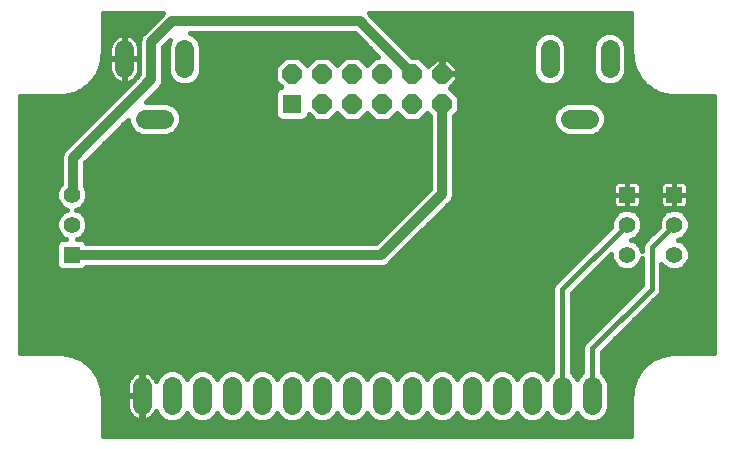
<source format=gbl>
G75*
G70*
%OFA0B0*%
%FSLAX24Y24*%
%IPPOS*%
%LPD*%
%AMOC8*
5,1,8,0,0,1.08239X$1,22.5*
%
%ADD10C,0.0640*%
%ADD11R,0.0640X0.0640*%
%ADD12OC8,0.0640*%
%ADD13R,0.0555X0.0555*%
%ADD14C,0.0555*%
%ADD15C,0.0160*%
%ADD16C,0.0500*%
%ADD17C,0.0320*%
D10*
X008705Y004671D02*
X008705Y005311D01*
X009705Y005311D02*
X009705Y004671D01*
X010705Y004671D02*
X010705Y005311D01*
X011705Y005311D02*
X011705Y004671D01*
X012705Y004671D02*
X012705Y005311D01*
X013705Y005311D02*
X013705Y004671D01*
X014705Y004671D02*
X014705Y005311D01*
X015705Y005311D02*
X015705Y004671D01*
X016705Y004671D02*
X016705Y005311D01*
X017705Y005311D02*
X017705Y004671D01*
X018705Y004671D02*
X018705Y005311D01*
X019705Y005311D02*
X019705Y004671D01*
X020705Y004671D02*
X020705Y005311D01*
X021705Y005311D02*
X021705Y004671D01*
X022705Y004671D02*
X022705Y005311D01*
X023705Y005311D02*
X023705Y004671D01*
X023612Y014228D02*
X022972Y014228D01*
X022292Y015908D02*
X022292Y016548D01*
X024292Y016548D02*
X024292Y015908D01*
X010119Y015908D02*
X010119Y016548D01*
X008119Y016548D02*
X008119Y015908D01*
X008799Y014228D02*
X009439Y014228D01*
D11*
X013705Y014728D03*
D12*
X014705Y014728D03*
X015705Y014728D03*
X016705Y014728D03*
X017705Y014728D03*
X018705Y014728D03*
X018705Y015728D03*
X017705Y015728D03*
X016705Y015728D03*
X015705Y015728D03*
X014705Y015728D03*
X013705Y015728D03*
D13*
X006363Y009700D03*
X024867Y011700D03*
X026442Y011700D03*
D14*
X026442Y010700D03*
X026442Y009700D03*
X024867Y009700D03*
X024867Y010700D03*
X006363Y010700D03*
X006363Y011700D03*
D15*
X007390Y004953D02*
X007390Y003657D01*
X025020Y003657D01*
X025020Y004953D01*
X025018Y004961D01*
X025020Y005000D01*
X025020Y005039D01*
X025024Y005047D01*
X025031Y005147D01*
X025028Y005164D01*
X025034Y005194D01*
X025036Y005224D01*
X025044Y005240D01*
X025067Y005346D01*
X025067Y005363D01*
X025077Y005392D01*
X025084Y005422D01*
X025094Y005436D01*
X025132Y005538D01*
X025134Y005555D01*
X025148Y005582D01*
X025159Y005611D01*
X025171Y005624D01*
X025223Y005719D01*
X025227Y005736D01*
X025246Y005760D01*
X025260Y005787D01*
X025274Y005798D01*
X025339Y005885D01*
X025346Y005901D01*
X025367Y005923D01*
X025385Y005947D01*
X025401Y005956D01*
X025477Y006032D01*
X025486Y006048D01*
X025511Y006066D01*
X025532Y006088D01*
X025548Y006094D01*
X025635Y006159D01*
X025646Y006173D01*
X025673Y006187D01*
X025697Y006206D01*
X025714Y006210D01*
X025809Y006262D01*
X025822Y006274D01*
X025851Y006285D01*
X025878Y006299D01*
X025895Y006301D01*
X025997Y006339D01*
X026011Y006349D01*
X026041Y006356D01*
X026070Y006366D01*
X026087Y006366D01*
X026193Y006389D01*
X026209Y006397D01*
X026239Y006399D01*
X026269Y006405D01*
X026286Y006402D01*
X026386Y006409D01*
X026394Y006413D01*
X026433Y006413D01*
X026472Y006415D01*
X026480Y006413D01*
X027776Y006413D01*
X027776Y014988D01*
X026480Y014988D01*
X026472Y014985D01*
X026433Y014988D01*
X026394Y014988D01*
X026386Y014991D01*
X026286Y014998D01*
X026269Y014995D01*
X026239Y015002D01*
X026209Y015004D01*
X026193Y015012D01*
X026087Y015035D01*
X026070Y015034D01*
X026041Y015045D01*
X026011Y015051D01*
X025997Y015061D01*
X025895Y015099D01*
X025878Y015101D01*
X025851Y015116D01*
X025822Y015126D01*
X025809Y015138D01*
X025714Y015190D01*
X025697Y015194D01*
X025673Y015213D01*
X025646Y015227D01*
X025635Y015241D01*
X025548Y015306D01*
X025532Y015313D01*
X025510Y015334D01*
X025486Y015353D01*
X025477Y015368D01*
X025401Y015444D01*
X025385Y015453D01*
X025367Y015478D01*
X025346Y015499D01*
X025339Y015516D01*
X025274Y015602D01*
X025260Y015613D01*
X025246Y015640D01*
X025227Y015665D01*
X025223Y015682D01*
X025171Y015777D01*
X025159Y015790D01*
X025148Y015818D01*
X025134Y015845D01*
X025132Y015863D01*
X025094Y015964D01*
X025084Y015978D01*
X025077Y016008D01*
X025067Y016037D01*
X025067Y016054D01*
X025044Y016160D01*
X025036Y016176D01*
X025034Y016206D01*
X025028Y016236D01*
X025031Y016254D01*
X025024Y016353D01*
X025020Y016361D01*
X025020Y016400D01*
X025018Y016439D01*
X025020Y016448D01*
X025020Y017744D01*
X016255Y017744D01*
X016295Y017703D01*
X017711Y016288D01*
X017937Y016288D01*
X018248Y015977D01*
X018498Y016228D01*
X018685Y016228D01*
X018685Y015748D01*
X018725Y015748D01*
X018725Y016228D01*
X018912Y016228D01*
X019205Y015935D01*
X019205Y015748D01*
X018726Y015748D01*
X018726Y015708D01*
X019205Y015708D01*
X019205Y015521D01*
X018955Y015270D01*
X019265Y014960D01*
X019265Y014496D01*
X019105Y014336D01*
X019105Y011807D01*
X019105Y011648D01*
X019044Y011501D01*
X017017Y009474D01*
X016904Y009361D01*
X016757Y009300D01*
X006849Y009300D01*
X006844Y009287D01*
X006776Y009219D01*
X006688Y009183D01*
X006038Y009183D01*
X005949Y009219D01*
X005882Y009287D01*
X005845Y009375D01*
X005845Y010025D01*
X005882Y010114D01*
X005949Y010181D01*
X006038Y010218D01*
X006176Y010218D01*
X006070Y010261D01*
X005924Y010407D01*
X005845Y010597D01*
X005845Y010803D01*
X005924Y010993D01*
X006070Y011139D01*
X006218Y011200D01*
X006070Y011261D01*
X005924Y011407D01*
X005845Y011597D01*
X005845Y011803D01*
X005924Y011993D01*
X005994Y012063D01*
X005994Y012996D01*
X006055Y013143D01*
X006168Y013256D01*
X006168Y013256D01*
X008422Y015510D01*
X008381Y015480D01*
X008311Y015444D01*
X008236Y015420D01*
X008158Y015408D01*
X008139Y015408D01*
X008139Y016207D01*
X008099Y016207D01*
X008099Y015408D01*
X008079Y015408D01*
X008002Y015420D01*
X007927Y015444D01*
X007857Y015480D01*
X007793Y015526D01*
X007737Y015582D01*
X007691Y015646D01*
X007655Y015716D01*
X007631Y015791D01*
X007619Y015868D01*
X007619Y016208D01*
X008098Y016208D01*
X008098Y016248D01*
X007619Y016248D01*
X007619Y016587D01*
X007631Y016665D01*
X007655Y016740D01*
X007691Y016810D01*
X007737Y016873D01*
X007793Y016929D01*
X007857Y016975D01*
X007927Y017011D01*
X008002Y017035D01*
X008079Y017048D01*
X008099Y017048D01*
X008099Y016248D01*
X008139Y016248D01*
X008139Y017048D01*
X008158Y017048D01*
X008236Y017035D01*
X008311Y017011D01*
X008381Y016975D01*
X008444Y016929D01*
X008500Y016873D01*
X008546Y016810D01*
X008582Y016740D01*
X008606Y016665D01*
X008619Y016587D01*
X008619Y016248D01*
X008139Y016248D01*
X008139Y016208D01*
X008619Y016208D01*
X008619Y015868D01*
X008606Y015791D01*
X008582Y015716D01*
X008546Y015646D01*
X008516Y015604D01*
X008619Y015707D01*
X008619Y016871D01*
X008680Y017018D01*
X008793Y017131D01*
X008793Y017131D01*
X009365Y017703D01*
X009365Y017703D01*
X009406Y017744D01*
X007390Y017744D01*
X007390Y016448D01*
X007393Y016439D01*
X007390Y016400D01*
X007390Y016361D01*
X007387Y016353D01*
X007380Y016254D01*
X007383Y016236D01*
X007376Y016207D01*
X007374Y016176D01*
X007366Y016160D01*
X007343Y016054D01*
X007344Y016037D01*
X007333Y016008D01*
X007327Y015978D01*
X007317Y015964D01*
X007279Y015863D01*
X007277Y015845D01*
X007262Y015818D01*
X007252Y015790D01*
X007240Y015777D01*
X007188Y015682D01*
X007183Y015665D01*
X007165Y015640D01*
X007151Y015613D01*
X007137Y015602D01*
X007072Y015516D01*
X007065Y015499D01*
X007044Y015478D01*
X007025Y015453D01*
X007010Y015444D01*
X006934Y015368D01*
X006925Y015353D01*
X006900Y015334D01*
X006879Y015313D01*
X006862Y015306D01*
X006776Y015241D01*
X006765Y015227D01*
X006738Y015213D01*
X006713Y015194D01*
X006696Y015190D01*
X006601Y015138D01*
X006588Y015126D01*
X006560Y015116D01*
X006533Y015101D01*
X006515Y015099D01*
X006414Y015061D01*
X006400Y015051D01*
X006370Y015045D01*
X006341Y015034D01*
X006323Y015035D01*
X006218Y015012D01*
X006202Y015004D01*
X006171Y015002D01*
X006142Y014995D01*
X006124Y014998D01*
X006025Y014991D01*
X006017Y014988D01*
X005978Y014988D01*
X005939Y014985D01*
X005930Y014988D01*
X004634Y014988D01*
X004634Y006413D01*
X005930Y006413D01*
X005939Y006415D01*
X005978Y006413D01*
X006017Y006413D01*
X006025Y006409D01*
X006124Y006402D01*
X006142Y006405D01*
X006171Y006399D01*
X006202Y006397D01*
X006218Y006389D01*
X006323Y006366D01*
X006341Y006366D01*
X006370Y006356D01*
X006400Y006349D01*
X006414Y006339D01*
X006515Y006301D01*
X006533Y006299D01*
X006560Y006285D01*
X006588Y006274D01*
X006601Y006262D01*
X006696Y006210D01*
X006713Y006206D01*
X006738Y006187D01*
X006765Y006173D01*
X006776Y006159D01*
X006862Y006094D01*
X006879Y006088D01*
X006900Y006066D01*
X006925Y006048D01*
X006934Y006032D01*
X007010Y005956D01*
X007025Y005947D01*
X007044Y005923D01*
X007065Y005901D01*
X007072Y005885D01*
X007137Y005798D01*
X007151Y005787D01*
X007165Y005760D01*
X007183Y005736D01*
X007188Y005719D01*
X007240Y005624D01*
X007252Y005611D01*
X007262Y005582D01*
X007277Y005555D01*
X007279Y005538D01*
X007317Y005436D01*
X007327Y005422D01*
X007333Y005392D01*
X007344Y005363D01*
X007343Y005346D01*
X007366Y005240D01*
X007374Y005224D01*
X007376Y005194D01*
X007383Y005164D01*
X007380Y005147D01*
X007387Y005047D01*
X007390Y005039D01*
X007390Y005000D01*
X007393Y004961D01*
X007390Y004953D01*
X007390Y005002D02*
X008685Y005002D01*
X008685Y005011D02*
X008685Y004971D01*
X008725Y004971D01*
X008725Y004171D01*
X008745Y004171D01*
X008822Y004184D01*
X008897Y004208D01*
X008967Y004244D01*
X009031Y004290D01*
X009087Y004346D01*
X009133Y004409D01*
X009169Y004480D01*
X009173Y004493D01*
X009231Y004354D01*
X009388Y004197D01*
X009594Y004111D01*
X009817Y004111D01*
X010023Y004197D01*
X010180Y004354D01*
X010205Y004415D01*
X010231Y004354D01*
X010388Y004197D01*
X010594Y004111D01*
X010817Y004111D01*
X011023Y004197D01*
X011180Y004354D01*
X011205Y004415D01*
X011231Y004354D01*
X011388Y004197D01*
X011594Y004111D01*
X011817Y004111D01*
X012023Y004197D01*
X012180Y004354D01*
X012205Y004415D01*
X012231Y004354D01*
X012388Y004197D01*
X012594Y004111D01*
X012817Y004111D01*
X013023Y004197D01*
X013180Y004354D01*
X013205Y004415D01*
X013231Y004354D01*
X013388Y004197D01*
X013594Y004111D01*
X013817Y004111D01*
X014023Y004197D01*
X014180Y004354D01*
X014205Y004415D01*
X014231Y004354D01*
X014388Y004197D01*
X014594Y004111D01*
X014817Y004111D01*
X015023Y004197D01*
X015180Y004354D01*
X015205Y004415D01*
X015231Y004354D01*
X015388Y004197D01*
X015594Y004111D01*
X015817Y004111D01*
X016023Y004197D01*
X016180Y004354D01*
X016205Y004415D01*
X016231Y004354D01*
X016388Y004197D01*
X016594Y004111D01*
X016817Y004111D01*
X017023Y004197D01*
X017180Y004354D01*
X017205Y004415D01*
X017231Y004354D01*
X017388Y004197D01*
X017594Y004111D01*
X017817Y004111D01*
X018023Y004197D01*
X018180Y004354D01*
X018205Y004415D01*
X018231Y004354D01*
X018388Y004197D01*
X018594Y004111D01*
X018817Y004111D01*
X019023Y004197D01*
X019180Y004354D01*
X019205Y004415D01*
X019231Y004354D01*
X019388Y004197D01*
X019594Y004111D01*
X019817Y004111D01*
X020023Y004197D01*
X020180Y004354D01*
X020205Y004415D01*
X020231Y004354D01*
X020388Y004197D01*
X020594Y004111D01*
X020817Y004111D01*
X021023Y004197D01*
X021180Y004354D01*
X021205Y004415D01*
X021231Y004354D01*
X021388Y004197D01*
X021594Y004111D01*
X021817Y004111D01*
X022023Y004197D01*
X022180Y004354D01*
X022205Y004415D01*
X022231Y004354D01*
X022388Y004197D01*
X022594Y004111D01*
X022817Y004111D01*
X023023Y004197D01*
X023180Y004354D01*
X023205Y004415D01*
X023231Y004354D01*
X023388Y004197D01*
X023594Y004111D01*
X023817Y004111D01*
X024023Y004197D01*
X024180Y004354D01*
X024265Y004560D01*
X024265Y005423D01*
X024180Y005629D01*
X024025Y005783D01*
X024025Y006445D01*
X025966Y008385D01*
X026014Y008503D01*
X026014Y008630D01*
X026014Y009396D01*
X026148Y009261D01*
X026339Y009183D01*
X026544Y009183D01*
X026735Y009261D01*
X026880Y009407D01*
X026959Y009597D01*
X026959Y009803D01*
X026880Y009993D01*
X026735Y010139D01*
X026587Y010200D01*
X026735Y010261D01*
X026880Y010407D01*
X026959Y010597D01*
X026959Y010803D01*
X026880Y010993D01*
X026735Y011139D01*
X026544Y011218D01*
X026339Y011218D01*
X026148Y011139D01*
X026003Y010993D01*
X025924Y010803D01*
X025924Y010635D01*
X025513Y010224D01*
X025423Y010134D01*
X025374Y010017D01*
X025374Y009827D01*
X025305Y009993D01*
X025160Y010139D01*
X025012Y010200D01*
X025160Y010261D01*
X025305Y010407D01*
X025384Y010597D01*
X025384Y010803D01*
X025305Y010993D01*
X025160Y011139D01*
X024970Y011218D01*
X024764Y011218D01*
X024574Y011139D01*
X024428Y010993D01*
X024349Y010803D01*
X024349Y010635D01*
X022524Y008810D01*
X022434Y008720D01*
X022385Y008602D01*
X022385Y005783D01*
X022231Y005629D01*
X022205Y005568D01*
X022180Y005629D01*
X022023Y005786D01*
X021817Y005871D01*
X021594Y005871D01*
X021388Y005786D01*
X021231Y005629D01*
X021205Y005568D01*
X021180Y005629D01*
X021023Y005786D01*
X020817Y005871D01*
X020594Y005871D01*
X020388Y005786D01*
X020231Y005629D01*
X020205Y005568D01*
X020180Y005629D01*
X020023Y005786D01*
X019817Y005871D01*
X019594Y005871D01*
X019388Y005786D01*
X019231Y005629D01*
X019205Y005568D01*
X019180Y005629D01*
X019023Y005786D01*
X018817Y005871D01*
X018594Y005871D01*
X018388Y005786D01*
X018231Y005629D01*
X018205Y005568D01*
X018180Y005629D01*
X018023Y005786D01*
X017817Y005871D01*
X017594Y005871D01*
X017388Y005786D01*
X017231Y005629D01*
X017205Y005568D01*
X017180Y005629D01*
X017023Y005786D01*
X016817Y005871D01*
X016594Y005871D01*
X016388Y005786D01*
X016231Y005629D01*
X016205Y005568D01*
X016180Y005629D01*
X016023Y005786D01*
X015817Y005871D01*
X015594Y005871D01*
X015388Y005786D01*
X015231Y005629D01*
X015205Y005568D01*
X015180Y005629D01*
X015023Y005786D01*
X014817Y005871D01*
X014594Y005871D01*
X014388Y005786D01*
X014231Y005629D01*
X014205Y005568D01*
X014180Y005629D01*
X014023Y005786D01*
X013817Y005871D01*
X013594Y005871D01*
X013388Y005786D01*
X013231Y005629D01*
X013205Y005568D01*
X013180Y005629D01*
X013023Y005786D01*
X012817Y005871D01*
X012594Y005871D01*
X012388Y005786D01*
X012231Y005629D01*
X012205Y005568D01*
X012180Y005629D01*
X012023Y005786D01*
X011817Y005871D01*
X011594Y005871D01*
X011388Y005786D01*
X011231Y005629D01*
X011205Y005568D01*
X011180Y005629D01*
X011023Y005786D01*
X010817Y005871D01*
X010594Y005871D01*
X010388Y005786D01*
X010231Y005629D01*
X010205Y005568D01*
X010180Y005629D01*
X010023Y005786D01*
X009817Y005871D01*
X009594Y005871D01*
X009388Y005786D01*
X009231Y005629D01*
X009173Y005490D01*
X009169Y005503D01*
X009133Y005574D01*
X009087Y005637D01*
X009031Y005693D01*
X008967Y005739D01*
X008897Y005775D01*
X008822Y005799D01*
X008745Y005811D01*
X008725Y005811D01*
X008725Y005012D01*
X008685Y005012D01*
X008685Y005811D01*
X008666Y005811D01*
X008588Y005799D01*
X008513Y005775D01*
X008443Y005739D01*
X008380Y005693D01*
X008324Y005637D01*
X008278Y005574D01*
X008242Y005503D01*
X008218Y005429D01*
X008205Y005351D01*
X008205Y005011D01*
X008685Y005011D01*
X008685Y004971D02*
X008205Y004971D01*
X008205Y004632D01*
X008218Y004554D01*
X008242Y004480D01*
X008278Y004409D01*
X008324Y004346D01*
X008380Y004290D01*
X008443Y004244D01*
X008513Y004208D01*
X008588Y004184D01*
X008666Y004171D01*
X008685Y004171D01*
X008685Y004971D01*
X008685Y004844D02*
X008725Y004844D01*
X008725Y004685D02*
X008685Y004685D01*
X008685Y004526D02*
X008725Y004526D01*
X008725Y004368D02*
X008685Y004368D01*
X008685Y004209D02*
X008725Y004209D01*
X008900Y004209D02*
X009375Y004209D01*
X009225Y004368D02*
X009103Y004368D01*
X008511Y004209D02*
X007390Y004209D01*
X007390Y004051D02*
X025020Y004051D01*
X025020Y004209D02*
X024035Y004209D01*
X024186Y004368D02*
X025020Y004368D01*
X025020Y004526D02*
X024251Y004526D01*
X024265Y004685D02*
X025020Y004685D01*
X025020Y004844D02*
X024265Y004844D01*
X024265Y005002D02*
X025020Y005002D01*
X025028Y005161D02*
X024265Y005161D01*
X024265Y005319D02*
X025062Y005319D01*
X025109Y005478D02*
X024243Y005478D01*
X024172Y005636D02*
X025178Y005636D01*
X025270Y005795D02*
X024025Y005795D01*
X024025Y005953D02*
X025396Y005953D01*
X025572Y006112D02*
X024025Y006112D01*
X024025Y006270D02*
X025819Y006270D01*
X024802Y007222D02*
X027776Y007222D01*
X027776Y007380D02*
X024960Y007380D01*
X025119Y007539D02*
X027776Y007539D01*
X027776Y007697D02*
X025278Y007697D01*
X025436Y007856D02*
X027776Y007856D01*
X027776Y008014D02*
X025595Y008014D01*
X025753Y008173D02*
X027776Y008173D01*
X027776Y008332D02*
X025912Y008332D01*
X026009Y008490D02*
X027776Y008490D01*
X027776Y008649D02*
X026014Y008649D01*
X026014Y008807D02*
X027776Y008807D01*
X027776Y008966D02*
X026014Y008966D01*
X026014Y009124D02*
X027776Y009124D01*
X027776Y009283D02*
X026756Y009283D01*
X026894Y009441D02*
X027776Y009441D01*
X027776Y009600D02*
X026959Y009600D01*
X026959Y009758D02*
X027776Y009758D01*
X027776Y009917D02*
X026912Y009917D01*
X026798Y010076D02*
X027776Y010076D01*
X027776Y010234D02*
X026668Y010234D01*
X026866Y010393D02*
X027776Y010393D01*
X027776Y010551D02*
X026940Y010551D01*
X026959Y010710D02*
X027776Y010710D01*
X027776Y010868D02*
X026932Y010868D01*
X026847Y011027D02*
X027776Y011027D01*
X027776Y011185D02*
X026622Y011185D01*
X026743Y011243D02*
X026789Y011255D01*
X026830Y011279D01*
X026863Y011312D01*
X026887Y011353D01*
X026899Y011399D01*
X026899Y011700D01*
X026442Y011700D01*
X026442Y011700D01*
X026899Y011700D01*
X026899Y012001D01*
X026887Y012047D01*
X026863Y012088D01*
X026830Y012122D01*
X026789Y012145D01*
X026743Y012158D01*
X026442Y012158D01*
X026442Y011701D01*
X026441Y011701D01*
X026441Y012158D01*
X026140Y012158D01*
X026095Y012145D01*
X026054Y012122D01*
X026020Y012088D01*
X025996Y012047D01*
X025984Y012001D01*
X025984Y011700D01*
X025984Y011399D01*
X025996Y011353D01*
X026020Y011312D01*
X026054Y011279D01*
X026095Y011255D01*
X026140Y011243D01*
X026441Y011243D01*
X026441Y011700D01*
X025984Y011700D01*
X026441Y011700D01*
X026441Y011700D01*
X026442Y011700D01*
X026442Y011243D01*
X026743Y011243D01*
X026881Y011344D02*
X027776Y011344D01*
X027776Y011502D02*
X026899Y011502D01*
X026899Y011661D02*
X027776Y011661D01*
X027776Y011819D02*
X026899Y011819D01*
X026899Y011978D02*
X027776Y011978D01*
X027776Y012137D02*
X026804Y012137D01*
X026442Y012137D02*
X026441Y012137D01*
X026441Y011978D02*
X026442Y011978D01*
X026441Y011819D02*
X026442Y011819D01*
X026441Y011661D02*
X026442Y011661D01*
X026441Y011502D02*
X026442Y011502D01*
X026441Y011344D02*
X026442Y011344D01*
X026261Y011185D02*
X025048Y011185D01*
X025168Y011243D02*
X025214Y011255D01*
X025255Y011279D01*
X025288Y011312D01*
X025312Y011353D01*
X025324Y011399D01*
X025324Y011700D01*
X024867Y011700D01*
X024867Y011700D01*
X024867Y011243D01*
X025168Y011243D01*
X025307Y011344D02*
X026002Y011344D01*
X025984Y011502D02*
X025324Y011502D01*
X025324Y011661D02*
X025984Y011661D01*
X025984Y011819D02*
X025324Y011819D01*
X025324Y011700D02*
X025324Y012001D01*
X025312Y012047D01*
X025288Y012088D01*
X025255Y012122D01*
X025214Y012145D01*
X025168Y012158D01*
X024867Y012158D01*
X024867Y011701D01*
X024867Y011701D01*
X024867Y012158D01*
X024566Y012158D01*
X024520Y012145D01*
X024479Y012122D01*
X024445Y012088D01*
X024422Y012047D01*
X024409Y012001D01*
X024409Y011700D01*
X024409Y011399D01*
X024422Y011353D01*
X024445Y011312D01*
X024479Y011279D01*
X024520Y011255D01*
X024566Y011243D01*
X024867Y011243D01*
X024867Y011700D01*
X024867Y011700D01*
X025324Y011700D01*
X025324Y011978D02*
X025984Y011978D01*
X026079Y012137D02*
X025229Y012137D01*
X024867Y012137D02*
X024867Y012137D01*
X024867Y011978D02*
X024867Y011978D01*
X024867Y011819D02*
X024867Y011819D01*
X024866Y011700D02*
X024409Y011700D01*
X024866Y011700D01*
X024866Y011700D01*
X024867Y011661D02*
X024867Y011661D01*
X024867Y011502D02*
X024867Y011502D01*
X024867Y011344D02*
X024867Y011344D01*
X024686Y011185D02*
X018729Y011185D01*
X018887Y011344D02*
X024427Y011344D01*
X024409Y011502D02*
X019045Y011502D01*
X019105Y011661D02*
X024409Y011661D01*
X024409Y011819D02*
X019105Y011819D01*
X019105Y011978D02*
X024409Y011978D01*
X024505Y012137D02*
X019105Y012137D01*
X019105Y012295D02*
X027776Y012295D01*
X027776Y012454D02*
X019105Y012454D01*
X019105Y012612D02*
X027776Y012612D01*
X027776Y012771D02*
X019105Y012771D01*
X019105Y012929D02*
X027776Y012929D01*
X027776Y013088D02*
X019105Y013088D01*
X019105Y013246D02*
X027776Y013246D01*
X027776Y013405D02*
X019105Y013405D01*
X019105Y013563D02*
X027776Y013563D01*
X027776Y013722D02*
X023854Y013722D01*
X023929Y013753D02*
X024087Y013910D01*
X024172Y014116D01*
X024172Y014339D01*
X024087Y014545D01*
X023929Y014702D01*
X023723Y014788D01*
X022861Y014788D01*
X022655Y014702D01*
X022497Y014545D01*
X022412Y014339D01*
X022412Y014116D01*
X022497Y013910D01*
X022655Y013753D01*
X022861Y013668D01*
X023723Y013668D01*
X023929Y013753D01*
X024057Y013881D02*
X027776Y013881D01*
X027776Y014039D02*
X024140Y014039D01*
X024172Y014198D02*
X027776Y014198D01*
X027776Y014356D02*
X024165Y014356D01*
X024099Y014515D02*
X027776Y014515D01*
X027776Y014673D02*
X023958Y014673D01*
X024181Y015348D02*
X024403Y015348D01*
X024609Y015433D01*
X024767Y015590D01*
X024852Y015796D01*
X024852Y016659D01*
X024767Y016865D01*
X024609Y017022D01*
X024403Y017108D01*
X024181Y017108D01*
X023975Y017022D01*
X023817Y016865D01*
X023732Y016659D01*
X023732Y015796D01*
X023817Y015590D01*
X023975Y015433D01*
X024181Y015348D01*
X023942Y015466D02*
X022642Y015466D01*
X022609Y015433D02*
X022767Y015590D01*
X022852Y015796D01*
X022852Y016659D01*
X022767Y016865D01*
X022609Y017022D01*
X022403Y017108D01*
X022181Y017108D01*
X021975Y017022D01*
X021817Y016865D01*
X021732Y016659D01*
X021732Y015796D01*
X021817Y015590D01*
X021975Y015433D01*
X022181Y015348D01*
X022403Y015348D01*
X022609Y015433D01*
X022781Y015625D02*
X023803Y015625D01*
X023737Y015783D02*
X022846Y015783D01*
X022852Y015942D02*
X023732Y015942D01*
X023732Y016100D02*
X022852Y016100D01*
X022852Y016259D02*
X023732Y016259D01*
X023732Y016417D02*
X022852Y016417D01*
X022852Y016576D02*
X023732Y016576D01*
X023763Y016734D02*
X022821Y016734D01*
X022739Y016893D02*
X023845Y016893D01*
X024045Y017051D02*
X022539Y017051D01*
X022045Y017051D02*
X016947Y017051D01*
X017106Y016893D02*
X021845Y016893D01*
X021763Y016734D02*
X017264Y016734D01*
X017423Y016576D02*
X021732Y016576D01*
X021732Y016417D02*
X017581Y016417D01*
X017966Y016259D02*
X021732Y016259D01*
X021732Y016100D02*
X019040Y016100D01*
X019199Y015942D02*
X021732Y015942D01*
X021737Y015783D02*
X019205Y015783D01*
X019205Y015625D02*
X021803Y015625D01*
X021942Y015466D02*
X019151Y015466D01*
X018992Y015307D02*
X025545Y015307D01*
X025376Y015466D02*
X024642Y015466D01*
X024781Y015625D02*
X025254Y015625D01*
X025165Y015783D02*
X024846Y015783D01*
X024852Y015942D02*
X025102Y015942D01*
X025057Y016100D02*
X024852Y016100D01*
X024852Y016259D02*
X025031Y016259D01*
X025019Y016417D02*
X024852Y016417D01*
X024852Y016576D02*
X025020Y016576D01*
X025020Y016734D02*
X024821Y016734D01*
X024739Y016893D02*
X025020Y016893D01*
X025020Y017051D02*
X024539Y017051D01*
X025020Y017210D02*
X016789Y017210D01*
X016630Y017369D02*
X025020Y017369D01*
X025020Y017527D02*
X016472Y017527D01*
X016313Y017686D02*
X025020Y017686D01*
X025790Y015149D02*
X019076Y015149D01*
X019235Y014990D02*
X026387Y014990D01*
X027776Y014832D02*
X019265Y014832D01*
X019265Y014673D02*
X022626Y014673D01*
X022485Y014515D02*
X019265Y014515D01*
X019126Y014356D02*
X022419Y014356D01*
X022412Y014198D02*
X019105Y014198D01*
X019105Y014039D02*
X022444Y014039D01*
X022527Y013881D02*
X019105Y013881D01*
X019105Y013722D02*
X022729Y013722D01*
X018725Y015783D02*
X018685Y015783D01*
X018685Y015942D02*
X018725Y015942D01*
X018725Y016100D02*
X018685Y016100D01*
X018371Y016100D02*
X018125Y016100D01*
X016580Y016288D02*
X016473Y016288D01*
X016205Y016020D01*
X015937Y016288D01*
X015473Y016288D01*
X015205Y016020D01*
X014937Y016288D01*
X014473Y016288D01*
X014205Y016020D01*
X013937Y016288D01*
X013473Y016288D01*
X013145Y015960D01*
X013145Y015496D01*
X013353Y015288D01*
X013338Y015288D01*
X013249Y015251D01*
X013182Y015184D01*
X013145Y015095D01*
X013145Y014360D01*
X013182Y014272D01*
X013249Y014204D01*
X013338Y014168D01*
X014073Y014168D01*
X014161Y014204D01*
X014229Y014272D01*
X014265Y014360D01*
X014265Y014376D01*
X014473Y014168D01*
X014937Y014168D01*
X015205Y014436D01*
X015473Y014168D01*
X015937Y014168D01*
X016205Y014436D01*
X016473Y014168D01*
X016937Y014168D01*
X017205Y014436D01*
X017473Y014168D01*
X017937Y014168D01*
X018205Y014436D01*
X018305Y014336D01*
X018305Y011893D01*
X016512Y010100D01*
X006849Y010100D01*
X006844Y010114D01*
X006776Y010181D01*
X006688Y010218D01*
X006550Y010218D01*
X006656Y010261D01*
X006801Y010407D01*
X006880Y010597D01*
X006880Y010803D01*
X006801Y010993D01*
X006656Y011139D01*
X006508Y011200D01*
X006656Y011261D01*
X006801Y011407D01*
X006880Y011597D01*
X006880Y011803D01*
X006801Y011993D01*
X006794Y012000D01*
X006794Y012751D01*
X008239Y014195D01*
X008239Y014116D01*
X008324Y013910D01*
X008481Y013753D01*
X008687Y013668D01*
X009550Y013668D01*
X009756Y013753D01*
X009913Y013910D01*
X009999Y014116D01*
X009999Y014339D01*
X009913Y014545D01*
X009756Y014702D01*
X009550Y014788D01*
X008831Y014788D01*
X009358Y015315D01*
X009419Y015462D01*
X009419Y015621D01*
X009419Y016626D01*
X009634Y016841D01*
X009559Y016659D01*
X009559Y015796D01*
X009644Y015590D01*
X009801Y015433D01*
X010007Y015348D01*
X010230Y015348D01*
X010436Y015433D01*
X010593Y015590D01*
X010679Y015796D01*
X010679Y016659D01*
X010593Y016865D01*
X010436Y017022D01*
X010305Y017077D01*
X015791Y017077D01*
X016580Y016288D01*
X016444Y016259D02*
X015966Y016259D01*
X016125Y016100D02*
X016286Y016100D01*
X016450Y016417D02*
X010679Y016417D01*
X010679Y016259D02*
X013444Y016259D01*
X013286Y016100D02*
X010679Y016100D01*
X010679Y015942D02*
X013145Y015942D01*
X013145Y015783D02*
X010673Y015783D01*
X010608Y015625D02*
X013145Y015625D01*
X013175Y015466D02*
X010469Y015466D01*
X009768Y015466D02*
X009419Y015466D01*
X009419Y015625D02*
X009630Y015625D01*
X009564Y015783D02*
X009419Y015783D01*
X009419Y015942D02*
X009559Y015942D01*
X009559Y016100D02*
X009419Y016100D01*
X009419Y016259D02*
X009559Y016259D01*
X009559Y016417D02*
X009419Y016417D01*
X009419Y016576D02*
X009559Y016576D01*
X009528Y016734D02*
X009590Y016734D01*
X010366Y017051D02*
X015816Y017051D01*
X015974Y016893D02*
X010566Y016893D01*
X010648Y016734D02*
X016133Y016734D01*
X016292Y016576D02*
X010679Y016576D01*
X009189Y017527D02*
X007390Y017527D01*
X007390Y017369D02*
X009031Y017369D01*
X008872Y017210D02*
X007390Y017210D01*
X007390Y017051D02*
X008713Y017051D01*
X008628Y016893D02*
X008481Y016893D01*
X008584Y016734D02*
X008619Y016734D01*
X008619Y016576D02*
X008619Y016576D01*
X008619Y016417D02*
X008619Y016417D01*
X008619Y016259D02*
X008619Y016259D01*
X008619Y016100D02*
X008619Y016100D01*
X008619Y015942D02*
X008619Y015942D01*
X008604Y015783D02*
X008619Y015783D01*
X008537Y015625D02*
X008531Y015625D01*
X008378Y015466D02*
X008353Y015466D01*
X008219Y015307D02*
X006866Y015307D01*
X007035Y015466D02*
X007884Y015466D01*
X008099Y015466D02*
X008139Y015466D01*
X008139Y015625D02*
X008099Y015625D01*
X008099Y015783D02*
X008139Y015783D01*
X008139Y015942D02*
X008099Y015942D01*
X008099Y016100D02*
X008139Y016100D01*
X008139Y016259D02*
X008099Y016259D01*
X008099Y016417D02*
X008139Y016417D01*
X008139Y016576D02*
X008099Y016576D01*
X008099Y016734D02*
X008139Y016734D01*
X008139Y016893D02*
X008099Y016893D01*
X007757Y016893D02*
X007390Y016893D01*
X007390Y016734D02*
X007654Y016734D01*
X007619Y016576D02*
X007390Y016576D01*
X007391Y016417D02*
X007619Y016417D01*
X007619Y016259D02*
X007380Y016259D01*
X007353Y016100D02*
X007619Y016100D01*
X007619Y015942D02*
X007308Y015942D01*
X007246Y015783D02*
X007633Y015783D01*
X007706Y015625D02*
X007157Y015625D01*
X006621Y015149D02*
X008061Y015149D01*
X007902Y014990D02*
X006023Y014990D01*
X007268Y014356D02*
X004634Y014356D01*
X004634Y014198D02*
X007110Y014198D01*
X006951Y014039D02*
X004634Y014039D01*
X004634Y013881D02*
X006793Y013881D01*
X006634Y013722D02*
X004634Y013722D01*
X004634Y013563D02*
X006475Y013563D01*
X006317Y013405D02*
X004634Y013405D01*
X004634Y013246D02*
X006158Y013246D01*
X006032Y013088D02*
X004634Y013088D01*
X004634Y012929D02*
X005994Y012929D01*
X005994Y012771D02*
X004634Y012771D01*
X004634Y012612D02*
X005994Y012612D01*
X005994Y012454D02*
X004634Y012454D01*
X004634Y012295D02*
X005994Y012295D01*
X005994Y012137D02*
X004634Y012137D01*
X004634Y011978D02*
X005918Y011978D01*
X005852Y011819D02*
X004634Y011819D01*
X004634Y011661D02*
X005845Y011661D01*
X005885Y011502D02*
X004634Y011502D01*
X004634Y011344D02*
X005987Y011344D01*
X006182Y011185D02*
X004634Y011185D01*
X004634Y011027D02*
X005958Y011027D01*
X005872Y010868D02*
X004634Y010868D01*
X004634Y010710D02*
X005845Y010710D01*
X005864Y010551D02*
X004634Y010551D01*
X004634Y010393D02*
X005939Y010393D01*
X006136Y010234D02*
X004634Y010234D01*
X004634Y010076D02*
X005866Y010076D01*
X005845Y009917D02*
X004634Y009917D01*
X004634Y009758D02*
X005845Y009758D01*
X005845Y009600D02*
X004634Y009600D01*
X004634Y009441D02*
X005845Y009441D01*
X005886Y009283D02*
X004634Y009283D01*
X004634Y009124D02*
X022838Y009124D01*
X022680Y008966D02*
X004634Y008966D01*
X004634Y008807D02*
X022521Y008807D01*
X022405Y008649D02*
X004634Y008649D01*
X004634Y008490D02*
X022385Y008490D01*
X022385Y008332D02*
X004634Y008332D01*
X004634Y008173D02*
X022385Y008173D01*
X022385Y008014D02*
X004634Y008014D01*
X004634Y007856D02*
X022385Y007856D01*
X022385Y007697D02*
X004634Y007697D01*
X004634Y007539D02*
X022385Y007539D01*
X022385Y007380D02*
X004634Y007380D01*
X004634Y007222D02*
X022385Y007222D01*
X022385Y007063D02*
X004634Y007063D01*
X004634Y006905D02*
X022385Y006905D01*
X022385Y006746D02*
X004634Y006746D01*
X004634Y006588D02*
X022385Y006588D01*
X022385Y006429D02*
X004634Y006429D01*
X006592Y006270D02*
X022385Y006270D01*
X022385Y006112D02*
X006839Y006112D01*
X007014Y005953D02*
X022385Y005953D01*
X022385Y005795D02*
X022002Y005795D01*
X022172Y005636D02*
X022238Y005636D01*
X023025Y005783D02*
X023025Y008406D01*
X024349Y009730D01*
X024349Y009597D01*
X024428Y009407D01*
X024574Y009261D01*
X024764Y009183D01*
X024970Y009183D01*
X025160Y009261D01*
X025305Y009407D01*
X025374Y009573D01*
X025374Y008699D01*
X023524Y006849D01*
X023434Y006759D01*
X023385Y006641D01*
X023385Y005783D01*
X023231Y005629D01*
X023205Y005568D01*
X023180Y005629D01*
X023025Y005783D01*
X023025Y005795D02*
X023385Y005795D01*
X023385Y005953D02*
X023025Y005953D01*
X023025Y006112D02*
X023385Y006112D01*
X023385Y006270D02*
X023025Y006270D01*
X023025Y006429D02*
X023385Y006429D01*
X023385Y006588D02*
X023025Y006588D01*
X023025Y006746D02*
X023429Y006746D01*
X023580Y006905D02*
X023025Y006905D01*
X023025Y007063D02*
X023738Y007063D01*
X023897Y007222D02*
X023025Y007222D01*
X023025Y007380D02*
X024055Y007380D01*
X024214Y007539D02*
X023025Y007539D01*
X023025Y007697D02*
X024372Y007697D01*
X024531Y007856D02*
X023025Y007856D01*
X023025Y008014D02*
X024690Y008014D01*
X024848Y008173D02*
X023025Y008173D01*
X023025Y008332D02*
X025007Y008332D01*
X025165Y008490D02*
X023109Y008490D01*
X023268Y008649D02*
X025324Y008649D01*
X025374Y008807D02*
X023426Y008807D01*
X023585Y008966D02*
X025374Y008966D01*
X025374Y009124D02*
X023743Y009124D01*
X023902Y009283D02*
X024552Y009283D01*
X024414Y009441D02*
X024060Y009441D01*
X024219Y009600D02*
X024349Y009600D01*
X023790Y010076D02*
X017619Y010076D01*
X017777Y010234D02*
X023948Y010234D01*
X024107Y010393D02*
X017936Y010393D01*
X018094Y010551D02*
X024265Y010551D01*
X024349Y010710D02*
X018253Y010710D01*
X018412Y010868D02*
X024376Y010868D01*
X024462Y011027D02*
X018570Y011027D01*
X017914Y011502D02*
X006841Y011502D01*
X006880Y011661D02*
X018073Y011661D01*
X018231Y011819D02*
X006874Y011819D01*
X006808Y011978D02*
X018305Y011978D01*
X018305Y012137D02*
X006794Y012137D01*
X006794Y012295D02*
X018305Y012295D01*
X018305Y012454D02*
X006794Y012454D01*
X006794Y012612D02*
X018305Y012612D01*
X018305Y012771D02*
X006814Y012771D01*
X006973Y012929D02*
X018305Y012929D01*
X018305Y013088D02*
X007131Y013088D01*
X007290Y013246D02*
X018305Y013246D01*
X018305Y013405D02*
X007448Y013405D01*
X007607Y013563D02*
X018305Y013563D01*
X018305Y013722D02*
X009681Y013722D01*
X009884Y013881D02*
X018305Y013881D01*
X018305Y014039D02*
X009967Y014039D01*
X009999Y014198D02*
X013265Y014198D01*
X013147Y014356D02*
X009992Y014356D01*
X009926Y014515D02*
X013145Y014515D01*
X013145Y014673D02*
X009785Y014673D01*
X009034Y014990D02*
X013145Y014990D01*
X013145Y014832D02*
X008875Y014832D01*
X009192Y015149D02*
X013168Y015149D01*
X013334Y015307D02*
X009351Y015307D01*
X007744Y014832D02*
X004634Y014832D01*
X004634Y014673D02*
X007585Y014673D01*
X007427Y014515D02*
X004634Y014515D01*
X007765Y013722D02*
X008556Y013722D01*
X008354Y013881D02*
X007924Y013881D01*
X008082Y014039D02*
X008271Y014039D01*
X006738Y011344D02*
X017756Y011344D01*
X017597Y011185D02*
X006544Y011185D01*
X006768Y011027D02*
X017439Y011027D01*
X017280Y010868D02*
X006853Y010868D01*
X006880Y010710D02*
X017122Y010710D01*
X016963Y010551D02*
X006861Y010551D01*
X006787Y010393D02*
X016805Y010393D01*
X016646Y010234D02*
X006590Y010234D01*
X006840Y009283D02*
X022997Y009283D01*
X023155Y009441D02*
X016985Y009441D01*
X017143Y009600D02*
X023314Y009600D01*
X023473Y009758D02*
X017302Y009758D01*
X017460Y009917D02*
X023631Y009917D01*
X024867Y010700D02*
X022705Y008539D01*
X022705Y004991D01*
X022225Y004368D02*
X022186Y004368D01*
X022035Y004209D02*
X022375Y004209D01*
X023035Y004209D02*
X023375Y004209D01*
X023225Y004368D02*
X023186Y004368D01*
X023705Y004991D02*
X023705Y006578D01*
X025694Y008567D01*
X025694Y009953D01*
X026442Y010700D01*
X025951Y010868D02*
X025357Y010868D01*
X025384Y010710D02*
X025924Y010710D01*
X025840Y010551D02*
X025365Y010551D01*
X025291Y010393D02*
X025681Y010393D01*
X025523Y010234D02*
X025094Y010234D01*
X025223Y010076D02*
X025399Y010076D01*
X025374Y009917D02*
X025337Y009917D01*
X025320Y009441D02*
X025374Y009441D01*
X025374Y009283D02*
X025181Y009283D01*
X026014Y009283D02*
X026127Y009283D01*
X026036Y011027D02*
X025272Y011027D01*
X024643Y007063D02*
X027776Y007063D01*
X027776Y006905D02*
X024485Y006905D01*
X024326Y006746D02*
X027776Y006746D01*
X027776Y006588D02*
X024168Y006588D01*
X024025Y006429D02*
X027776Y006429D01*
X025020Y003892D02*
X007390Y003892D01*
X007390Y003734D02*
X025020Y003734D01*
X023238Y005636D02*
X023172Y005636D01*
X021409Y005795D02*
X021002Y005795D01*
X021172Y005636D02*
X021238Y005636D01*
X020409Y005795D02*
X020002Y005795D01*
X020172Y005636D02*
X020238Y005636D01*
X019409Y005795D02*
X019002Y005795D01*
X019172Y005636D02*
X019238Y005636D01*
X018409Y005795D02*
X018002Y005795D01*
X018172Y005636D02*
X018238Y005636D01*
X017409Y005795D02*
X017002Y005795D01*
X017172Y005636D02*
X017238Y005636D01*
X016409Y005795D02*
X016002Y005795D01*
X016172Y005636D02*
X016238Y005636D01*
X015409Y005795D02*
X015002Y005795D01*
X015172Y005636D02*
X015238Y005636D01*
X014409Y005795D02*
X014002Y005795D01*
X014172Y005636D02*
X014238Y005636D01*
X013409Y005795D02*
X013002Y005795D01*
X013172Y005636D02*
X013238Y005636D01*
X012409Y005795D02*
X012002Y005795D01*
X012172Y005636D02*
X012238Y005636D01*
X011409Y005795D02*
X011002Y005795D01*
X011172Y005636D02*
X011238Y005636D01*
X010409Y005795D02*
X010002Y005795D01*
X010172Y005636D02*
X010238Y005636D01*
X009409Y005795D02*
X008836Y005795D01*
X008725Y005795D02*
X008685Y005795D01*
X008575Y005795D02*
X007141Y005795D01*
X007233Y005636D02*
X008323Y005636D01*
X008234Y005478D02*
X007301Y005478D01*
X007349Y005319D02*
X008205Y005319D01*
X008205Y005161D02*
X007382Y005161D01*
X007390Y004844D02*
X008205Y004844D01*
X008205Y004685D02*
X007390Y004685D01*
X007390Y004526D02*
X008227Y004526D01*
X008308Y004368D02*
X007390Y004368D01*
X008685Y005161D02*
X008725Y005161D01*
X008725Y005319D02*
X008685Y005319D01*
X008685Y005478D02*
X008725Y005478D01*
X008725Y005636D02*
X008685Y005636D01*
X009087Y005636D02*
X009238Y005636D01*
X010186Y004368D02*
X010225Y004368D01*
X010375Y004209D02*
X010035Y004209D01*
X011035Y004209D02*
X011375Y004209D01*
X011225Y004368D02*
X011186Y004368D01*
X012035Y004209D02*
X012375Y004209D01*
X012225Y004368D02*
X012186Y004368D01*
X013035Y004209D02*
X013375Y004209D01*
X013225Y004368D02*
X013186Y004368D01*
X014035Y004209D02*
X014375Y004209D01*
X014225Y004368D02*
X014186Y004368D01*
X015035Y004209D02*
X015375Y004209D01*
X015225Y004368D02*
X015186Y004368D01*
X016035Y004209D02*
X016375Y004209D01*
X016225Y004368D02*
X016186Y004368D01*
X017035Y004209D02*
X017375Y004209D01*
X017225Y004368D02*
X017186Y004368D01*
X018035Y004209D02*
X018375Y004209D01*
X018225Y004368D02*
X018186Y004368D01*
X019035Y004209D02*
X019375Y004209D01*
X019225Y004368D02*
X019186Y004368D01*
X020035Y004209D02*
X020375Y004209D01*
X020225Y004368D02*
X020186Y004368D01*
X021035Y004209D02*
X021375Y004209D01*
X021225Y004368D02*
X021186Y004368D01*
X018305Y014198D02*
X017967Y014198D01*
X018126Y014356D02*
X018285Y014356D01*
X017443Y014198D02*
X016967Y014198D01*
X017126Y014356D02*
X017285Y014356D01*
X016443Y014198D02*
X015967Y014198D01*
X016126Y014356D02*
X016285Y014356D01*
X015443Y014198D02*
X014967Y014198D01*
X015126Y014356D02*
X015285Y014356D01*
X014443Y014198D02*
X014145Y014198D01*
X014264Y014356D02*
X014285Y014356D01*
X014286Y016100D02*
X014125Y016100D01*
X013966Y016259D02*
X014444Y016259D01*
X014966Y016259D02*
X015444Y016259D01*
X015286Y016100D02*
X015125Y016100D01*
X009348Y017686D02*
X007390Y017686D01*
D16*
X011087Y016409D03*
X010694Y012866D03*
X015418Y010306D03*
X024079Y008535D03*
D17*
X018705Y011728D02*
X016678Y009700D01*
X006363Y009700D01*
X006363Y011700D02*
X006394Y011732D01*
X006394Y012917D01*
X009019Y015542D01*
X009019Y016792D01*
X009704Y017477D01*
X015956Y017477D01*
X017705Y015728D01*
X018705Y014728D02*
X018705Y011728D01*
M02*

</source>
